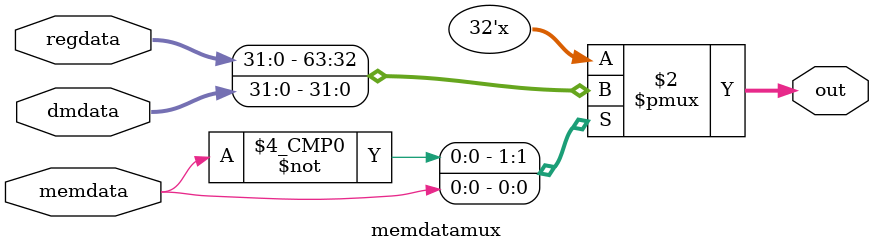
<source format=v>
/*
* File Name: memdatamux.v
* Function: this mux is placed between EX/MEM pipeline register and data
* memory, it can forward either data from 2nd register source from register
* file or the output data from data memory. It is to solve the data hazard
* when a lw instruction immediately following by a sw instruction, while
* they have the same source register field.
*
*  code | meaning
*  0    | forward register file data
*  1    | forward data memory data
*/

module memdatamux ( memdata, regdata, dmdata, out);
parameter DWIDTH = 32;

input wire memdata;
input wire [DWIDTH-1:0] regdata;
input wire [DWIDTH-1:0] dmdata;
output reg [DWIDTH-1:0] out;

always @(memdata, regdata, dmdata) begin
    case (memdata)
        1'b0: out = regdata;
        1'b1: out = dmdata;
    endcase
end

endmodule

</source>
